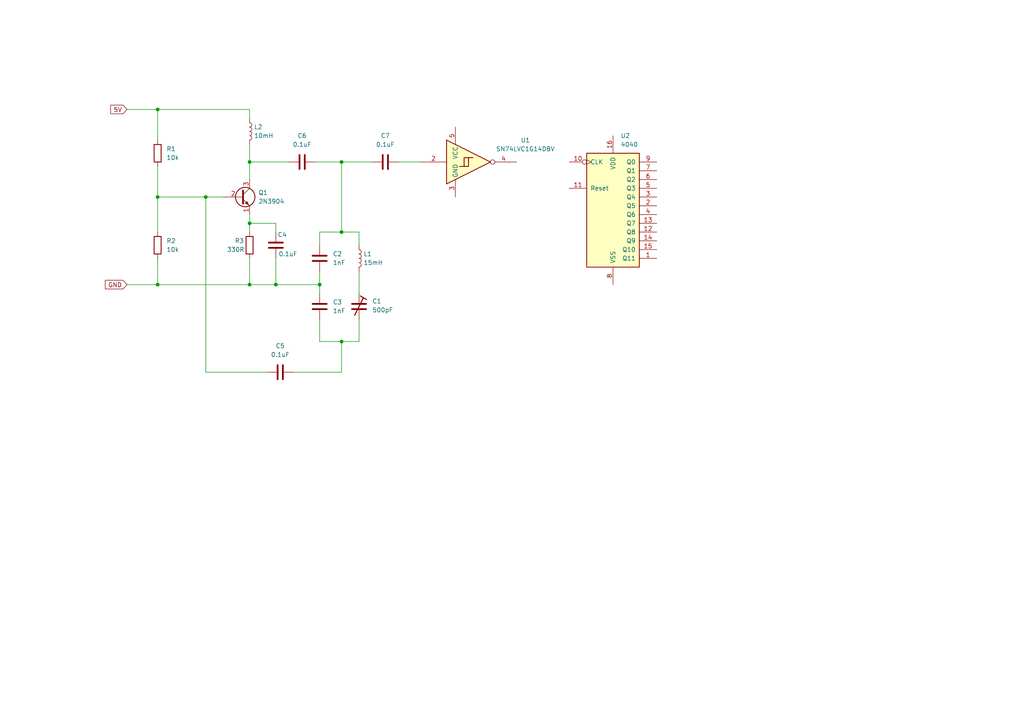
<source format=kicad_sch>
(kicad_sch (version 20231120) (generator "eeschema") (generator_version "8.0")
  (paper "A4")
  (lib_symbols
    (symbol "4xxx:4040" (pin_names (offset 1.016))
      (property "Reference" "U" (at -7.62 16.51 0))
      (property "Value" "4040" (at -7.62 -19.05 0))
      (symbol "4040_1_0"
        (pin output line (at 12.7 -15.24 180) (length 5.08) (name "Q11") (number "1"))
        (pin input inverted_clock (at -12.7 12.7 0) (length 5.08) (name "CLK") (number "10"))
        (pin input line (at -12.7 5.08 0) (length 5.08) (name "Reset") (number "11"))
        (pin output line (at 12.7 -7.62 180) (length 5.08) (name "Q8") (number "12"))
        (pin output line (at 12.7 -5.08 180) (length 5.08) (name "Q7") (number "13"))
        (pin output line (at 12.7 -10.16 180) (length 5.08) (name "Q9") (number "14"))
        (pin output line (at 12.7 -12.7 180) (length 5.08) (name "Q10") (number "15"))
        (pin power_in line (at 0 20.32 270) (length 5.08) (name "VDD") (number "16"))
        (pin output line (at 12.7 0 180) (length 5.08) (name "Q5") (number "2"))
        (pin output line (at 12.7 2.54 180) (length 5.08) (name "Q4") (number "3"))
        (pin output line (at 12.7 -2.54 180) (length 5.08) (name "Q6") (number "4"))
        (pin output line (at 12.7 5.08 180) (length 5.08) (name "Q3") (number "5"))
        (pin output line (at 12.7 7.62 180) (length 5.08) (name "Q2") (number "6"))
        (pin output line (at 12.7 10.16 180) (length 5.08) (name "Q1") (number "7"))
        (pin power_in line (at 0 -22.86 90) (length 5.08) (name "VSS") (number "8"))
        (pin output line (at 12.7 12.7 180) (length 5.08) (name "Q0") (number "9"))
      )
      (symbol "4040_1_1"
        (rectangle (start -7.62 15.24) (end 7.62 -17.78) (stroke (width 0.254)) (fill (type background)))
      )
    )
    (symbol "74xGxx:SN74LVC1G14DBV"
      (property "Reference" "U" (at 0 3.81 0))
      (property "Value" "SN74LVC1G14DBV" (at 0 -3.81 0))
      (symbol "SN74LVC1G14DBV_0_1"
        (polyline (pts (xy -7.62 6.35) (xy -7.62 -6.35) (xy 5.08 0) (xy -7.62 6.35)) (stroke (width 0.254)) (fill (type background)))
      )
      (symbol "SN74LVC1G14DBV_1_1"
        (polyline (pts (xy -3.81 -1.27) (xy -1.27 -1.27) (xy -1.27 1.27)) (stroke (width 0.254)))
        (polyline (pts (xy -2.54 -1.27) (xy -2.54 1.27) (xy 0 1.27)) (stroke (width 0.254)))
        (pin no_connect line (at -7.62 5.08 180) (length 5.08) hide (name "NC") (number "1"))
        (pin input line (at -15.24 0 0) (length 7.62) (name "~") (number "2"))
        (pin power_in line (at -5.08 -10.16 90) (length 5.08) (name "GND") (number "3"))
        (pin output inverted (at 12.7 0 180) (length 7.62) (name "~") (number "4"))
        (pin power_in line (at -5.08 10.16 270) (length 5.08) (name "VCC") (number "5"))
      )
    )
    (symbol "Device:C" (pin_numbers hide) (pin_names (offset 0.254))
      (property "Reference" "C" (at 0.635 2.54 0))
      (property "Value" "C" (at 0.635 -2.54 0))
      (symbol "C_0_1"
        (polyline (pts (xy -2.032 -0.762) (xy 2.032 -0.762)) (stroke (width 0.508)))
        (polyline (pts (xy -2.032 0.762) (xy 2.032 0.762)) (stroke (width 0.508)))
      )
      (symbol "C_1_1"
        (pin passive line (at 0 3.81 270) (length 2.794) (name "~") (number "1"))
        (pin passive line (at 0 -3.81 90) (length 2.794) (name "~") (number "2"))
      )
    )
    (symbol "Device:C_Trim" (pin_numbers hide) (pin_names (offset 0.254) hide)
      (property "Reference" "C" (at 1.524 -2.032 0))
      (property "Value" "C_Trim" (at 3.048 -3.556 0))
      (symbol "C_Trim_0_1"
        (polyline (pts (xy -2.032 -0.762) (xy 2.032 -0.762)) (stroke (width 0.508)))
        (polyline (pts (xy -2.032 0.762) (xy 2.032 0.762)) (stroke (width 0.508)))
        (polyline (pts (xy 1.27 2.54) (xy -1.27 -2.54)) (stroke (width 0.3048)))
        (polyline (pts (xy 1.27 2.54) (xy 0.381 3.048)) (stroke (width 0.3048)))
        (polyline (pts (xy 1.27 2.54) (xy 2.159 2.032)) (stroke (width 0.3048)))
      )
      (symbol "C_Trim_1_1"
        (pin passive line (at 0 3.81 270) (length 3.048) (name "~") (number "1"))
        (pin passive line (at 0 -3.81 90) (length 3.048) (name "~") (number "2"))
      )
    )
    (symbol "Device:L" (pin_numbers hide) (pin_names (offset 1.016) hide)
      (property "Reference" "L" (at -1.27 0 90))
      (property "Value" "L" (at 1.905 0 90))
      (symbol "L_0_1"
        (arc (start 0 -2.54) (mid 0.6323 -1.905) (end 0 -1.27))
        (arc (start 0 -1.27) (mid 0.6323 -0.635) (end 0 0))
        (arc (start 0 0) (mid 0.6323 0.635) (end 0 1.27))
        (arc (start 0 1.27) (mid 0.6323 1.905) (end 0 2.54))
      )
      (symbol "L_1_1"
        (pin passive line (at 0 3.81 270) (length 1.27) (name "1") (number "1"))
        (pin passive line (at 0 -3.81 90) (length 1.27) (name "2") (number "2"))
      )
    )
    (symbol "Device:R" (pin_numbers hide) (pin_names (offset 0))
      (property "Reference" "R" (at 2.032 0 90))
      (property "Value" "R" (at 0 0 90))
      (symbol "R_0_1"
        (rectangle (start -1.016 -2.54) (end 1.016 2.54) (stroke (width 0.254)))
      )
      (symbol "R_1_1"
        (pin passive line (at 0 3.81 270) (length 1.27) (name "~") (number "1"))
        (pin passive line (at 0 -3.81 90) (length 1.27) (name "~") (number "2"))
      )
    )
    (symbol "Transistor_BJT:2N3904" (pin_names (offset 0) hide)
      (property "Reference" "Q" (at 5.08 1.905 0))
      (property "Value" "2N3904" (at 5.08 0 0))
      (symbol "2N3904_0_1"
        (polyline (pts (xy 0.635 0.635) (xy 2.54 2.54)))
        (polyline (pts (xy 0.635 -0.635) (xy 2.54 -2.54) (xy 2.54 -2.54)))
        (polyline (pts (xy 0.635 1.905) (xy 0.635 -1.905) (xy 0.635 -1.905)) (stroke (width 0.508)))
        (polyline (pts (xy 1.27 -1.778) (xy 1.778 -1.27) (xy 2.286 -2.286) (xy 1.27 -1.778) (xy 1.27 -1.778)) (fill (type outline)))
        (circle (center 1.27 0) (radius 2.8194) (stroke (width 0.254)))
      )
      (symbol "2N3904_1_1"
        (pin passive line (at 2.54 -5.08 90) (length 2.54) (name "E") (number "1"))
        (pin passive line (at -5.08 0 0) (length 5.715) (name "B") (number "2"))
        (pin passive line (at 2.54 5.08 270) (length 2.54) (name "C") (number "3"))
      )
    )
  )
  (junction (at 92.71 82.55))
  (junction (at 80.01 82.55))
  (junction (at 45.72 31.75))
  (junction (at 99.06 46.99))
  (junction (at 99.06 99.06))
  (junction (at 72.39 46.99))
  (junction (at 99.06 67.31))
  (junction (at 72.39 82.55))
  (junction (at 59.69 57.15))
  (junction (at 45.72 82.55))
  (junction (at 45.72 57.15))
  (junction (at 72.39 64.77))
  (wire (pts (xy 115.57 46.99) (xy 121.92 46.99)))
  (wire (pts (xy 59.69 57.15) (xy 64.77 57.15)))
  (wire (pts (xy 45.72 57.15) (xy 45.72 67.31)))
  (wire (pts (xy 72.39 41.91) (xy 72.39 46.99)))
  (wire (pts (xy 36.83 82.55) (xy 45.72 82.55)))
  (wire (pts (xy 72.39 46.99) (xy 72.39 52.07)))
  (wire (pts (xy 92.71 71.12) (xy 92.71 67.31)))
  (wire (pts (xy 80.01 82.55) (xy 80.01 74.93)))
  (wire (pts (xy 104.14 67.31) (xy 104.14 71.12)))
  (wire (pts (xy 36.83 31.75) (xy 45.72 31.75)))
  (wire (pts (xy 99.06 99.06) (xy 99.06 107.95)))
  (wire (pts (xy 59.69 107.95) (xy 59.69 57.15)))
  (wire (pts (xy 92.71 78.74) (xy 92.71 82.55)))
  (wire (pts (xy 99.06 67.31) (xy 104.14 67.31)))
  (wire (pts (xy 72.39 82.55) (xy 72.39 74.93)))
  (wire (pts (xy 104.14 78.74) (xy 104.14 85.09)))
  (wire (pts (xy 72.39 82.55) (xy 80.01 82.55)))
  (wire (pts (xy 72.39 64.77) (xy 72.39 67.31)))
  (wire (pts (xy 92.71 99.06) (xy 92.71 92.71)))
  (wire (pts (xy 92.71 99.06) (xy 99.06 99.06)))
  (wire (pts (xy 99.06 99.06) (xy 104.14 99.06)))
  (wire (pts (xy 77.47 107.95) (xy 59.69 107.95)))
  (wire (pts (xy 45.72 31.75) (xy 45.72 40.64)))
  (wire (pts (xy 80.01 64.77) (xy 80.01 67.31)))
  (wire (pts (xy 45.72 82.55) (xy 45.72 74.93)))
  (wire (pts (xy 92.71 67.31) (xy 99.06 67.31)))
  (wire (pts (xy 45.72 82.55) (xy 72.39 82.55)))
  (wire (pts (xy 99.06 46.99) (xy 91.44 46.99)))
  (wire (pts (xy 72.39 31.75) (xy 72.39 34.29)))
  (wire (pts (xy 72.39 62.23) (xy 72.39 64.77)))
  (wire (pts (xy 45.72 48.26) (xy 45.72 57.15)))
  (wire (pts (xy 72.39 64.77) (xy 80.01 64.77)))
  (wire (pts (xy 99.06 46.99) (xy 99.06 67.31)))
  (wire (pts (xy 92.71 82.55) (xy 92.71 85.09)))
  (wire (pts (xy 45.72 57.15) (xy 59.69 57.15)))
  (wire (pts (xy 45.72 31.75) (xy 72.39 31.75)))
  (wire (pts (xy 80.01 82.55) (xy 92.71 82.55)))
  (wire (pts (xy 99.06 107.95) (xy 85.09 107.95)))
  (wire (pts (xy 72.39 46.99) (xy 83.82 46.99)))
  (wire (pts (xy 99.06 46.99) (xy 107.95 46.99)))
  (wire (pts (xy 104.14 99.06) (xy 104.14 92.71)))
  (global_label "5V" (shape input) (at 36.83 31.75 180) (property "Intersheetrefs" "${INTERSHEET_REFS}" (effects (hide yes))))
  (global_label "GND" (shape input) (at 36.83 82.55 180) (property "Intersheetrefs" "${INTERSHEET_REFS}" (effects (hide yes))))
  (symbol (lib_id "Device:C_Trim") (at 104.14 88.9 0) (unit 1)
    (property "Reference" "C1" (at 107.95 87.3759 0) (effects (justify left)))
    (property "Value" "500pF" (at 107.95 89.9159 0) (effects (justify left)))
    (property "Description" "Trimmable capacitor" (effects (hide yes)))
  )
  (symbol (lib_id "74xGxx:SN74LVC1G14DBV") (at 137.16 46.99 0) (unit 1)
    (property "Reference" "U1" (at 152.4 40.6714 0))
    (property "Value" "SN74LVC1G14DBV" (at 152.4 43.2114 0))
    (property "Footprint" "Package_TO_SOT_SMD:SOT-23-5" (effects (hide yes)))
    (property "Datasheet" "https://www.ti.com/lit/ds/symlink/sn74lvc1g14.pdf" (effects (hide yes)))
    (property "Description" "Single Schmitt NOT Gate, Low-Voltage CMOS, SOT-23" (effects (hide yes)))
  )
  (symbol (lib_id "Device:R") (at 45.72 44.45 0) (unit 1)
    (property "Reference" "R1" (at 48.26 43.1799 0) (effects (justify left)))
    (property "Value" "10k" (at 48.26 45.7199 0) (effects (justify left)))
    (property "Description" "Resistor" (effects (hide yes)))
  )
  (symbol (lib_id "Device:C") (at 92.71 88.9 0) (unit 1)
    (property "Reference" "C3" (at 96.52 87.6299 0) (effects (justify left)))
    (property "Value" "1nF" (at 96.52 90.1699 0) (effects (justify left)))
    (property "Description" "Unpolarized capacitor" (effects (hide yes)))
  )
  (symbol (lib_id "Device:R") (at 72.39 71.12 0) (unit 1)
    (property "Reference" "R3" (at 68.072 69.85 0) (effects (justify left)))
    (property "Value" "330R" (at 65.786 72.39 0) (effects (justify left)))
    (property "Description" "Resistor" (effects (hide yes)))
  )
  (symbol (lib_id "Device:C") (at 81.28 107.95 90) (unit 1)
    (property "Reference" "C5" (at 81.28 100.33 90))
    (property "Value" "0.1uF" (at 81.28 102.87 90))
    (property "Description" "Unpolarized capacitor" (effects (hide yes)))
  )
  (symbol (lib_id "Device:C") (at 87.63 46.99 90) (unit 1)
    (property "Reference" "C6" (at 87.63 39.37 90))
    (property "Value" "0.1uF" (at 87.63 41.91 90))
    (property "Description" "Unpolarized capacitor" (effects (hide yes)))
  )
  (symbol (lib_id "Device:R") (at 45.72 71.12 0) (unit 1)
    (property "Reference" "R2" (at 48.26 69.8499 0) (effects (justify left)))
    (property "Value" "10k" (at 48.26 72.3899 0) (effects (justify left)))
    (property "Description" "Resistor" (effects (hide yes)))
  )
  (symbol (lib_id "Device:C") (at 92.71 74.93 0) (unit 1)
    (property "Reference" "C2" (at 96.52 73.6599 0) (effects (justify left)))
    (property "Value" "1nF" (at 96.52 76.1999 0) (effects (justify left)))
    (property "Description" "Unpolarized capacitor" (effects (hide yes)))
  )
  (symbol (lib_id "4xxx:4040") (at 177.8 59.69 0) (unit 1)
    (property "Reference" "U2" (at 179.9941 39.37 0) (effects (justify left)))
    (property "Value" "4040" (at 179.9941 41.91 0) (effects (justify left)))
    (property "Datasheet" "http://www.intersil.com/content/dam/Intersil/documents/cd40/cd4020bms-24bms-40bms.pdf" (effects (hide yes)))
    (property "Description" "Binary Counter 12 stages (Asynchronous)" (effects (hide yes)))
  )
  (symbol (lib_id "Device:C") (at 80.01 71.12 0) (unit 1)
    (property "Reference" "C4" (at 80.518 68.072 0) (effects (justify left)))
    (property "Value" "0.1uF" (at 80.772 73.66 0) (effects (justify left)))
    (property "Description" "Unpolarized capacitor" (effects (hide yes)))
  )
  (symbol (lib_id "Device:C") (at 111.76 46.99 90) (unit 1)
    (property "Reference" "C7" (at 111.76 39.37 90))
    (property "Value" "0.1uF" (at 111.76 41.91 90))
    (property "Description" "Unpolarized capacitor" (effects (hide yes)))
  )
  (symbol (lib_id "Device:L") (at 104.14 74.93 0) (unit 1)
    (property "Reference" "L1" (at 105.41 73.6599 0) (effects (justify left)))
    (property "Value" "15mH" (at 105.41 76.1999 0) (effects (justify left)))
    (property "Description" "Inductor" (effects (hide yes)))
  )
  (symbol (lib_id "Transistor_BJT:2N3904") (at 69.85 57.15 0) (unit 1)
    (property "Reference" "Q1" (at 74.93 55.8799 0) (effects (justify left)))
    (property "Value" "2N3904" (at 74.93 58.4199 0) (effects (justify left)))
    (property "Footprint" "Package_TO_SOT_THT:TO-92_Inline" (effects (hide yes)))
    (property "Datasheet" "https://www.onsemi.com/pub/Collateral/2N3903-D.PDF" (effects (hide yes)))
    (property "Description" "0.2A Ic, 40V Vce, Small Signal NPN Transistor, TO-92" (effects (hide yes)))
  )
  (symbol (lib_id "Device:L") (at 72.39 38.1 0) (unit 1)
    (property "Reference" "L2" (at 73.66 36.8299 0) (effects (justify left)))
    (property "Value" "10mH" (at 73.66 39.3699 0) (effects (justify left)))
    (property "Description" "Inductor" (effects (hide yes)))
  )
)
</source>
